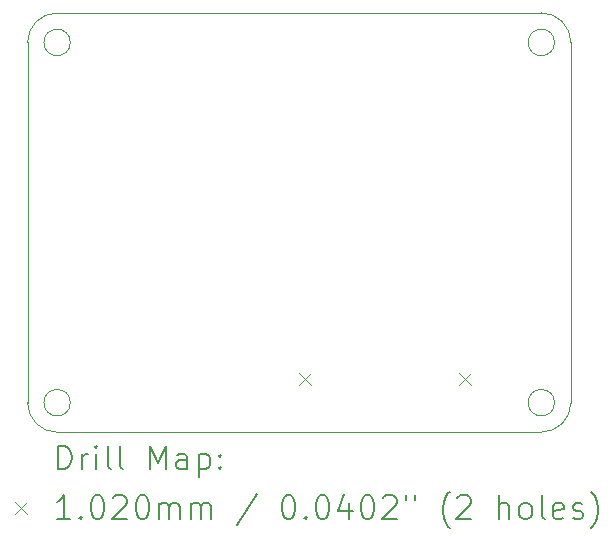
<source format=gbr>
%TF.GenerationSoftware,KiCad,Pcbnew,9.0.7*%
%TF.CreationDate,2026-02-22T02:59:52-08:00*%
%TF.ProjectId,Cup Cover,43757020-436f-4766-9572-2e6b69636164,rev?*%
%TF.SameCoordinates,Original*%
%TF.FileFunction,Drillmap*%
%TF.FilePolarity,Positive*%
%FSLAX45Y45*%
G04 Gerber Fmt 4.5, Leading zero omitted, Abs format (unit mm)*
G04 Created by KiCad (PCBNEW 9.0.7) date 2026-02-22 02:59:52*
%MOMM*%
%LPD*%
G01*
G04 APERTURE LIST*
%ADD10C,0.050000*%
%ADD11C,0.200000*%
%ADD12C,0.102000*%
G04 APERTURE END LIST*
D10*
X5500000Y-7150000D02*
X9600000Y-7150000D01*
X9850000Y-6900000D02*
X9850000Y-3850000D01*
X9600000Y-3600000D02*
X5500000Y-3600000D01*
X5250000Y-3850000D02*
X5250000Y-6900000D01*
X9600000Y-3600000D02*
G75*
G02*
X9850000Y-3850000I0J-250000D01*
G01*
X5250000Y-3850000D02*
G75*
G02*
X5500000Y-3600000I250000J0D01*
G01*
X5611803Y-3850000D02*
G75*
G02*
X5388197Y-3850000I-111803J0D01*
G01*
X5388197Y-3850000D02*
G75*
G02*
X5611803Y-3850000I111803J0D01*
G01*
X9850000Y-6900000D02*
G75*
G02*
X9600000Y-7150000I-250000J0D01*
G01*
X5500000Y-7150000D02*
G75*
G02*
X5250000Y-6900000I0J250000D01*
G01*
X9711803Y-3850000D02*
G75*
G02*
X9488197Y-3850000I-111803J0D01*
G01*
X9488197Y-3850000D02*
G75*
G02*
X9711803Y-3850000I111803J0D01*
G01*
X9711803Y-6900000D02*
G75*
G02*
X9488197Y-6900000I-111803J0D01*
G01*
X9488197Y-6900000D02*
G75*
G02*
X9711803Y-6900000I111803J0D01*
G01*
X5611803Y-6900000D02*
G75*
G02*
X5388197Y-6900000I-111803J0D01*
G01*
X5388197Y-6900000D02*
G75*
G02*
X5611803Y-6900000I111803J0D01*
G01*
D11*
D12*
X7549000Y-6649000D02*
X7651000Y-6751000D01*
X7651000Y-6649000D02*
X7549000Y-6751000D01*
X8899000Y-6649000D02*
X9001000Y-6751000D01*
X9001000Y-6649000D02*
X8899000Y-6751000D01*
D11*
X5508277Y-7463984D02*
X5508277Y-7263984D01*
X5508277Y-7263984D02*
X5555896Y-7263984D01*
X5555896Y-7263984D02*
X5584467Y-7273508D01*
X5584467Y-7273508D02*
X5603515Y-7292555D01*
X5603515Y-7292555D02*
X5613039Y-7311603D01*
X5613039Y-7311603D02*
X5622562Y-7349698D01*
X5622562Y-7349698D02*
X5622562Y-7378269D01*
X5622562Y-7378269D02*
X5613039Y-7416365D01*
X5613039Y-7416365D02*
X5603515Y-7435412D01*
X5603515Y-7435412D02*
X5584467Y-7454460D01*
X5584467Y-7454460D02*
X5555896Y-7463984D01*
X5555896Y-7463984D02*
X5508277Y-7463984D01*
X5708277Y-7463984D02*
X5708277Y-7330650D01*
X5708277Y-7368746D02*
X5717801Y-7349698D01*
X5717801Y-7349698D02*
X5727324Y-7340174D01*
X5727324Y-7340174D02*
X5746372Y-7330650D01*
X5746372Y-7330650D02*
X5765420Y-7330650D01*
X5832086Y-7463984D02*
X5832086Y-7330650D01*
X5832086Y-7263984D02*
X5822562Y-7273508D01*
X5822562Y-7273508D02*
X5832086Y-7283031D01*
X5832086Y-7283031D02*
X5841610Y-7273508D01*
X5841610Y-7273508D02*
X5832086Y-7263984D01*
X5832086Y-7263984D02*
X5832086Y-7283031D01*
X5955896Y-7463984D02*
X5936848Y-7454460D01*
X5936848Y-7454460D02*
X5927324Y-7435412D01*
X5927324Y-7435412D02*
X5927324Y-7263984D01*
X6060658Y-7463984D02*
X6041610Y-7454460D01*
X6041610Y-7454460D02*
X6032086Y-7435412D01*
X6032086Y-7435412D02*
X6032086Y-7263984D01*
X6289229Y-7463984D02*
X6289229Y-7263984D01*
X6289229Y-7263984D02*
X6355896Y-7406841D01*
X6355896Y-7406841D02*
X6422562Y-7263984D01*
X6422562Y-7263984D02*
X6422562Y-7463984D01*
X6603515Y-7463984D02*
X6603515Y-7359222D01*
X6603515Y-7359222D02*
X6593991Y-7340174D01*
X6593991Y-7340174D02*
X6574943Y-7330650D01*
X6574943Y-7330650D02*
X6536848Y-7330650D01*
X6536848Y-7330650D02*
X6517801Y-7340174D01*
X6603515Y-7454460D02*
X6584467Y-7463984D01*
X6584467Y-7463984D02*
X6536848Y-7463984D01*
X6536848Y-7463984D02*
X6517801Y-7454460D01*
X6517801Y-7454460D02*
X6508277Y-7435412D01*
X6508277Y-7435412D02*
X6508277Y-7416365D01*
X6508277Y-7416365D02*
X6517801Y-7397317D01*
X6517801Y-7397317D02*
X6536848Y-7387793D01*
X6536848Y-7387793D02*
X6584467Y-7387793D01*
X6584467Y-7387793D02*
X6603515Y-7378269D01*
X6698753Y-7330650D02*
X6698753Y-7530650D01*
X6698753Y-7340174D02*
X6717801Y-7330650D01*
X6717801Y-7330650D02*
X6755896Y-7330650D01*
X6755896Y-7330650D02*
X6774943Y-7340174D01*
X6774943Y-7340174D02*
X6784467Y-7349698D01*
X6784467Y-7349698D02*
X6793991Y-7368746D01*
X6793991Y-7368746D02*
X6793991Y-7425888D01*
X6793991Y-7425888D02*
X6784467Y-7444936D01*
X6784467Y-7444936D02*
X6774943Y-7454460D01*
X6774943Y-7454460D02*
X6755896Y-7463984D01*
X6755896Y-7463984D02*
X6717801Y-7463984D01*
X6717801Y-7463984D02*
X6698753Y-7454460D01*
X6879705Y-7444936D02*
X6889229Y-7454460D01*
X6889229Y-7454460D02*
X6879705Y-7463984D01*
X6879705Y-7463984D02*
X6870182Y-7454460D01*
X6870182Y-7454460D02*
X6879705Y-7444936D01*
X6879705Y-7444936D02*
X6879705Y-7463984D01*
X6879705Y-7340174D02*
X6889229Y-7349698D01*
X6889229Y-7349698D02*
X6879705Y-7359222D01*
X6879705Y-7359222D02*
X6870182Y-7349698D01*
X6870182Y-7349698D02*
X6879705Y-7340174D01*
X6879705Y-7340174D02*
X6879705Y-7359222D01*
D12*
X5145500Y-7741500D02*
X5247500Y-7843500D01*
X5247500Y-7741500D02*
X5145500Y-7843500D01*
D11*
X5613039Y-7883984D02*
X5498753Y-7883984D01*
X5555896Y-7883984D02*
X5555896Y-7683984D01*
X5555896Y-7683984D02*
X5536848Y-7712555D01*
X5536848Y-7712555D02*
X5517801Y-7731603D01*
X5517801Y-7731603D02*
X5498753Y-7741127D01*
X5698753Y-7864936D02*
X5708277Y-7874460D01*
X5708277Y-7874460D02*
X5698753Y-7883984D01*
X5698753Y-7883984D02*
X5689229Y-7874460D01*
X5689229Y-7874460D02*
X5698753Y-7864936D01*
X5698753Y-7864936D02*
X5698753Y-7883984D01*
X5832086Y-7683984D02*
X5851134Y-7683984D01*
X5851134Y-7683984D02*
X5870182Y-7693508D01*
X5870182Y-7693508D02*
X5879705Y-7703031D01*
X5879705Y-7703031D02*
X5889229Y-7722079D01*
X5889229Y-7722079D02*
X5898753Y-7760174D01*
X5898753Y-7760174D02*
X5898753Y-7807793D01*
X5898753Y-7807793D02*
X5889229Y-7845888D01*
X5889229Y-7845888D02*
X5879705Y-7864936D01*
X5879705Y-7864936D02*
X5870182Y-7874460D01*
X5870182Y-7874460D02*
X5851134Y-7883984D01*
X5851134Y-7883984D02*
X5832086Y-7883984D01*
X5832086Y-7883984D02*
X5813039Y-7874460D01*
X5813039Y-7874460D02*
X5803515Y-7864936D01*
X5803515Y-7864936D02*
X5793991Y-7845888D01*
X5793991Y-7845888D02*
X5784467Y-7807793D01*
X5784467Y-7807793D02*
X5784467Y-7760174D01*
X5784467Y-7760174D02*
X5793991Y-7722079D01*
X5793991Y-7722079D02*
X5803515Y-7703031D01*
X5803515Y-7703031D02*
X5813039Y-7693508D01*
X5813039Y-7693508D02*
X5832086Y-7683984D01*
X5974943Y-7703031D02*
X5984467Y-7693508D01*
X5984467Y-7693508D02*
X6003515Y-7683984D01*
X6003515Y-7683984D02*
X6051134Y-7683984D01*
X6051134Y-7683984D02*
X6070182Y-7693508D01*
X6070182Y-7693508D02*
X6079705Y-7703031D01*
X6079705Y-7703031D02*
X6089229Y-7722079D01*
X6089229Y-7722079D02*
X6089229Y-7741127D01*
X6089229Y-7741127D02*
X6079705Y-7769698D01*
X6079705Y-7769698D02*
X5965420Y-7883984D01*
X5965420Y-7883984D02*
X6089229Y-7883984D01*
X6213039Y-7683984D02*
X6232086Y-7683984D01*
X6232086Y-7683984D02*
X6251134Y-7693508D01*
X6251134Y-7693508D02*
X6260658Y-7703031D01*
X6260658Y-7703031D02*
X6270182Y-7722079D01*
X6270182Y-7722079D02*
X6279705Y-7760174D01*
X6279705Y-7760174D02*
X6279705Y-7807793D01*
X6279705Y-7807793D02*
X6270182Y-7845888D01*
X6270182Y-7845888D02*
X6260658Y-7864936D01*
X6260658Y-7864936D02*
X6251134Y-7874460D01*
X6251134Y-7874460D02*
X6232086Y-7883984D01*
X6232086Y-7883984D02*
X6213039Y-7883984D01*
X6213039Y-7883984D02*
X6193991Y-7874460D01*
X6193991Y-7874460D02*
X6184467Y-7864936D01*
X6184467Y-7864936D02*
X6174943Y-7845888D01*
X6174943Y-7845888D02*
X6165420Y-7807793D01*
X6165420Y-7807793D02*
X6165420Y-7760174D01*
X6165420Y-7760174D02*
X6174943Y-7722079D01*
X6174943Y-7722079D02*
X6184467Y-7703031D01*
X6184467Y-7703031D02*
X6193991Y-7693508D01*
X6193991Y-7693508D02*
X6213039Y-7683984D01*
X6365420Y-7883984D02*
X6365420Y-7750650D01*
X6365420Y-7769698D02*
X6374943Y-7760174D01*
X6374943Y-7760174D02*
X6393991Y-7750650D01*
X6393991Y-7750650D02*
X6422563Y-7750650D01*
X6422563Y-7750650D02*
X6441610Y-7760174D01*
X6441610Y-7760174D02*
X6451134Y-7779222D01*
X6451134Y-7779222D02*
X6451134Y-7883984D01*
X6451134Y-7779222D02*
X6460658Y-7760174D01*
X6460658Y-7760174D02*
X6479705Y-7750650D01*
X6479705Y-7750650D02*
X6508277Y-7750650D01*
X6508277Y-7750650D02*
X6527324Y-7760174D01*
X6527324Y-7760174D02*
X6536848Y-7779222D01*
X6536848Y-7779222D02*
X6536848Y-7883984D01*
X6632086Y-7883984D02*
X6632086Y-7750650D01*
X6632086Y-7769698D02*
X6641610Y-7760174D01*
X6641610Y-7760174D02*
X6660658Y-7750650D01*
X6660658Y-7750650D02*
X6689229Y-7750650D01*
X6689229Y-7750650D02*
X6708277Y-7760174D01*
X6708277Y-7760174D02*
X6717801Y-7779222D01*
X6717801Y-7779222D02*
X6717801Y-7883984D01*
X6717801Y-7779222D02*
X6727324Y-7760174D01*
X6727324Y-7760174D02*
X6746372Y-7750650D01*
X6746372Y-7750650D02*
X6774943Y-7750650D01*
X6774943Y-7750650D02*
X6793991Y-7760174D01*
X6793991Y-7760174D02*
X6803515Y-7779222D01*
X6803515Y-7779222D02*
X6803515Y-7883984D01*
X7193991Y-7674460D02*
X7022563Y-7931603D01*
X7451134Y-7683984D02*
X7470182Y-7683984D01*
X7470182Y-7683984D02*
X7489229Y-7693508D01*
X7489229Y-7693508D02*
X7498753Y-7703031D01*
X7498753Y-7703031D02*
X7508277Y-7722079D01*
X7508277Y-7722079D02*
X7517801Y-7760174D01*
X7517801Y-7760174D02*
X7517801Y-7807793D01*
X7517801Y-7807793D02*
X7508277Y-7845888D01*
X7508277Y-7845888D02*
X7498753Y-7864936D01*
X7498753Y-7864936D02*
X7489229Y-7874460D01*
X7489229Y-7874460D02*
X7470182Y-7883984D01*
X7470182Y-7883984D02*
X7451134Y-7883984D01*
X7451134Y-7883984D02*
X7432086Y-7874460D01*
X7432086Y-7874460D02*
X7422563Y-7864936D01*
X7422563Y-7864936D02*
X7413039Y-7845888D01*
X7413039Y-7845888D02*
X7403515Y-7807793D01*
X7403515Y-7807793D02*
X7403515Y-7760174D01*
X7403515Y-7760174D02*
X7413039Y-7722079D01*
X7413039Y-7722079D02*
X7422563Y-7703031D01*
X7422563Y-7703031D02*
X7432086Y-7693508D01*
X7432086Y-7693508D02*
X7451134Y-7683984D01*
X7603515Y-7864936D02*
X7613039Y-7874460D01*
X7613039Y-7874460D02*
X7603515Y-7883984D01*
X7603515Y-7883984D02*
X7593991Y-7874460D01*
X7593991Y-7874460D02*
X7603515Y-7864936D01*
X7603515Y-7864936D02*
X7603515Y-7883984D01*
X7736848Y-7683984D02*
X7755896Y-7683984D01*
X7755896Y-7683984D02*
X7774944Y-7693508D01*
X7774944Y-7693508D02*
X7784467Y-7703031D01*
X7784467Y-7703031D02*
X7793991Y-7722079D01*
X7793991Y-7722079D02*
X7803515Y-7760174D01*
X7803515Y-7760174D02*
X7803515Y-7807793D01*
X7803515Y-7807793D02*
X7793991Y-7845888D01*
X7793991Y-7845888D02*
X7784467Y-7864936D01*
X7784467Y-7864936D02*
X7774944Y-7874460D01*
X7774944Y-7874460D02*
X7755896Y-7883984D01*
X7755896Y-7883984D02*
X7736848Y-7883984D01*
X7736848Y-7883984D02*
X7717801Y-7874460D01*
X7717801Y-7874460D02*
X7708277Y-7864936D01*
X7708277Y-7864936D02*
X7698753Y-7845888D01*
X7698753Y-7845888D02*
X7689229Y-7807793D01*
X7689229Y-7807793D02*
X7689229Y-7760174D01*
X7689229Y-7760174D02*
X7698753Y-7722079D01*
X7698753Y-7722079D02*
X7708277Y-7703031D01*
X7708277Y-7703031D02*
X7717801Y-7693508D01*
X7717801Y-7693508D02*
X7736848Y-7683984D01*
X7974944Y-7750650D02*
X7974944Y-7883984D01*
X7927325Y-7674460D02*
X7879706Y-7817317D01*
X7879706Y-7817317D02*
X8003515Y-7817317D01*
X8117801Y-7683984D02*
X8136848Y-7683984D01*
X8136848Y-7683984D02*
X8155896Y-7693508D01*
X8155896Y-7693508D02*
X8165420Y-7703031D01*
X8165420Y-7703031D02*
X8174944Y-7722079D01*
X8174944Y-7722079D02*
X8184467Y-7760174D01*
X8184467Y-7760174D02*
X8184467Y-7807793D01*
X8184467Y-7807793D02*
X8174944Y-7845888D01*
X8174944Y-7845888D02*
X8165420Y-7864936D01*
X8165420Y-7864936D02*
X8155896Y-7874460D01*
X8155896Y-7874460D02*
X8136848Y-7883984D01*
X8136848Y-7883984D02*
X8117801Y-7883984D01*
X8117801Y-7883984D02*
X8098753Y-7874460D01*
X8098753Y-7874460D02*
X8089229Y-7864936D01*
X8089229Y-7864936D02*
X8079706Y-7845888D01*
X8079706Y-7845888D02*
X8070182Y-7807793D01*
X8070182Y-7807793D02*
X8070182Y-7760174D01*
X8070182Y-7760174D02*
X8079706Y-7722079D01*
X8079706Y-7722079D02*
X8089229Y-7703031D01*
X8089229Y-7703031D02*
X8098753Y-7693508D01*
X8098753Y-7693508D02*
X8117801Y-7683984D01*
X8260658Y-7703031D02*
X8270182Y-7693508D01*
X8270182Y-7693508D02*
X8289229Y-7683984D01*
X8289229Y-7683984D02*
X8336848Y-7683984D01*
X8336848Y-7683984D02*
X8355896Y-7693508D01*
X8355896Y-7693508D02*
X8365420Y-7703031D01*
X8365420Y-7703031D02*
X8374944Y-7722079D01*
X8374944Y-7722079D02*
X8374944Y-7741127D01*
X8374944Y-7741127D02*
X8365420Y-7769698D01*
X8365420Y-7769698D02*
X8251134Y-7883984D01*
X8251134Y-7883984D02*
X8374944Y-7883984D01*
X8451134Y-7683984D02*
X8451134Y-7722079D01*
X8527325Y-7683984D02*
X8527325Y-7722079D01*
X8822563Y-7960174D02*
X8813039Y-7950650D01*
X8813039Y-7950650D02*
X8793991Y-7922079D01*
X8793991Y-7922079D02*
X8784468Y-7903031D01*
X8784468Y-7903031D02*
X8774944Y-7874460D01*
X8774944Y-7874460D02*
X8765420Y-7826841D01*
X8765420Y-7826841D02*
X8765420Y-7788746D01*
X8765420Y-7788746D02*
X8774944Y-7741127D01*
X8774944Y-7741127D02*
X8784468Y-7712555D01*
X8784468Y-7712555D02*
X8793991Y-7693508D01*
X8793991Y-7693508D02*
X8813039Y-7664936D01*
X8813039Y-7664936D02*
X8822563Y-7655412D01*
X8889230Y-7703031D02*
X8898753Y-7693508D01*
X8898753Y-7693508D02*
X8917801Y-7683984D01*
X8917801Y-7683984D02*
X8965420Y-7683984D01*
X8965420Y-7683984D02*
X8984468Y-7693508D01*
X8984468Y-7693508D02*
X8993991Y-7703031D01*
X8993991Y-7703031D02*
X9003515Y-7722079D01*
X9003515Y-7722079D02*
X9003515Y-7741127D01*
X9003515Y-7741127D02*
X8993991Y-7769698D01*
X8993991Y-7769698D02*
X8879706Y-7883984D01*
X8879706Y-7883984D02*
X9003515Y-7883984D01*
X9241611Y-7883984D02*
X9241611Y-7683984D01*
X9327325Y-7883984D02*
X9327325Y-7779222D01*
X9327325Y-7779222D02*
X9317801Y-7760174D01*
X9317801Y-7760174D02*
X9298753Y-7750650D01*
X9298753Y-7750650D02*
X9270182Y-7750650D01*
X9270182Y-7750650D02*
X9251134Y-7760174D01*
X9251134Y-7760174D02*
X9241611Y-7769698D01*
X9451134Y-7883984D02*
X9432087Y-7874460D01*
X9432087Y-7874460D02*
X9422563Y-7864936D01*
X9422563Y-7864936D02*
X9413039Y-7845888D01*
X9413039Y-7845888D02*
X9413039Y-7788746D01*
X9413039Y-7788746D02*
X9422563Y-7769698D01*
X9422563Y-7769698D02*
X9432087Y-7760174D01*
X9432087Y-7760174D02*
X9451134Y-7750650D01*
X9451134Y-7750650D02*
X9479706Y-7750650D01*
X9479706Y-7750650D02*
X9498753Y-7760174D01*
X9498753Y-7760174D02*
X9508277Y-7769698D01*
X9508277Y-7769698D02*
X9517801Y-7788746D01*
X9517801Y-7788746D02*
X9517801Y-7845888D01*
X9517801Y-7845888D02*
X9508277Y-7864936D01*
X9508277Y-7864936D02*
X9498753Y-7874460D01*
X9498753Y-7874460D02*
X9479706Y-7883984D01*
X9479706Y-7883984D02*
X9451134Y-7883984D01*
X9632087Y-7883984D02*
X9613039Y-7874460D01*
X9613039Y-7874460D02*
X9603515Y-7855412D01*
X9603515Y-7855412D02*
X9603515Y-7683984D01*
X9784468Y-7874460D02*
X9765420Y-7883984D01*
X9765420Y-7883984D02*
X9727325Y-7883984D01*
X9727325Y-7883984D02*
X9708277Y-7874460D01*
X9708277Y-7874460D02*
X9698753Y-7855412D01*
X9698753Y-7855412D02*
X9698753Y-7779222D01*
X9698753Y-7779222D02*
X9708277Y-7760174D01*
X9708277Y-7760174D02*
X9727325Y-7750650D01*
X9727325Y-7750650D02*
X9765420Y-7750650D01*
X9765420Y-7750650D02*
X9784468Y-7760174D01*
X9784468Y-7760174D02*
X9793992Y-7779222D01*
X9793992Y-7779222D02*
X9793992Y-7798269D01*
X9793992Y-7798269D02*
X9698753Y-7817317D01*
X9870182Y-7874460D02*
X9889230Y-7883984D01*
X9889230Y-7883984D02*
X9927325Y-7883984D01*
X9927325Y-7883984D02*
X9946373Y-7874460D01*
X9946373Y-7874460D02*
X9955896Y-7855412D01*
X9955896Y-7855412D02*
X9955896Y-7845888D01*
X9955896Y-7845888D02*
X9946373Y-7826841D01*
X9946373Y-7826841D02*
X9927325Y-7817317D01*
X9927325Y-7817317D02*
X9898753Y-7817317D01*
X9898753Y-7817317D02*
X9879706Y-7807793D01*
X9879706Y-7807793D02*
X9870182Y-7788746D01*
X9870182Y-7788746D02*
X9870182Y-7779222D01*
X9870182Y-7779222D02*
X9879706Y-7760174D01*
X9879706Y-7760174D02*
X9898753Y-7750650D01*
X9898753Y-7750650D02*
X9927325Y-7750650D01*
X9927325Y-7750650D02*
X9946373Y-7760174D01*
X10022563Y-7960174D02*
X10032087Y-7950650D01*
X10032087Y-7950650D02*
X10051134Y-7922079D01*
X10051134Y-7922079D02*
X10060658Y-7903031D01*
X10060658Y-7903031D02*
X10070182Y-7874460D01*
X10070182Y-7874460D02*
X10079706Y-7826841D01*
X10079706Y-7826841D02*
X10079706Y-7788746D01*
X10079706Y-7788746D02*
X10070182Y-7741127D01*
X10070182Y-7741127D02*
X10060658Y-7712555D01*
X10060658Y-7712555D02*
X10051134Y-7693508D01*
X10051134Y-7693508D02*
X10032087Y-7664936D01*
X10032087Y-7664936D02*
X10022563Y-7655412D01*
M02*

</source>
